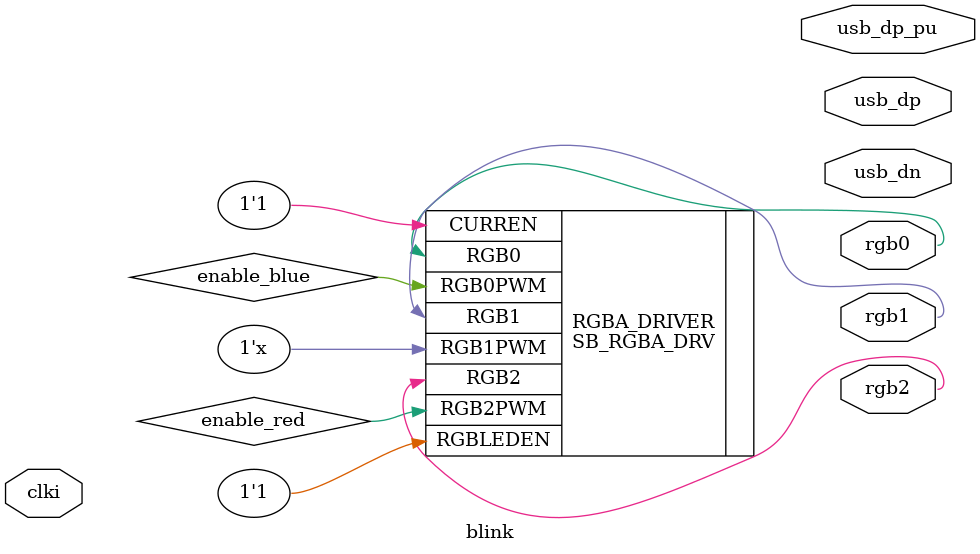
<source format=v>
`define BLUEPWM  RGB0PWM
`define GREENPWM RGB1PWM
`define REDPWM   RGB2PWM

module blink (
    output rgb0,       // SB_RGBA_DRV external pins
    output rgb1,
    output rgb2,
    output usb_dp,
    output usb_dn,
    output usb_dn,
    output usb_dp_pu,
    input clki         // Clock
);
    // Instantiate iCE40 LED driver hard logic, connecting up
    // latched button state, counter state, and LEDs.
    //
    SB_RGBA_DRV RGBA_DRIVER (
        .CURREN(1'b1),
        .RGBLEDEN(1'b1),
        .`BLUEPWM(enable_blue),     // Blue
        .`REDPWM(enable_red),       // Red
        .`GREENPWM(counter[23]),    // Green (blinking)
        .RGB0(rgb0),
        .RGB1(rgb1),
        .RGB2(rgb2)
    );

    // Parameters from iCE40 UltraPlus LED Driver Usage Guide, pages 19-20
    //
    // https://www.latticesemi.com/-/media/LatticeSemi/Documents/ApplicationNotes/IK/ICE40LEDDriverUsageGuide.ashx?document_id=50668
    //
    localparam RGBA_CURRENT_MODE_FULL = "0b0";
    localparam RGBA_CURRENT_MODE_HALF = "0b1";

    // Current levels in Full / Half mode
    localparam RGBA_CURRENT_04MA_02MA = "0b000001";
    localparam RGBA_CURRENT_08MA_04MA = "0b000011";
    localparam RGBA_CURRENT_12MA_06MA = "0b000111";
    localparam RGBA_CURRENT_16MA_08MA = "0b001111";
    localparam RGBA_CURRENT_20MA_10MA = "0b011111";
    localparam RGBA_CURRENT_24MA_12MA = "0b111111";

    // Set parameters of RGBA_DRIVER (output current)
    //
    // Mapping of RGBn to LED colours determined experimentally
    //
    defparam RGBA_DRIVER.CURRENT_MODE = RGBA_CURRENT_MODE_HALF;
    defparam RGBA_DRIVER.RGB0_CURRENT = RGBA_CURRENT_08MA_04MA;  // Blue
    defparam RGBA_DRIVER.RGB1_CURRENT = RGBA_CURRENT_08MA_04MA;  // Red
    defparam RGBA_DRIVER.RGB2_CURRENT = RGBA_CURRENT_08MA_04MA;  // Green

endmodule

</source>
